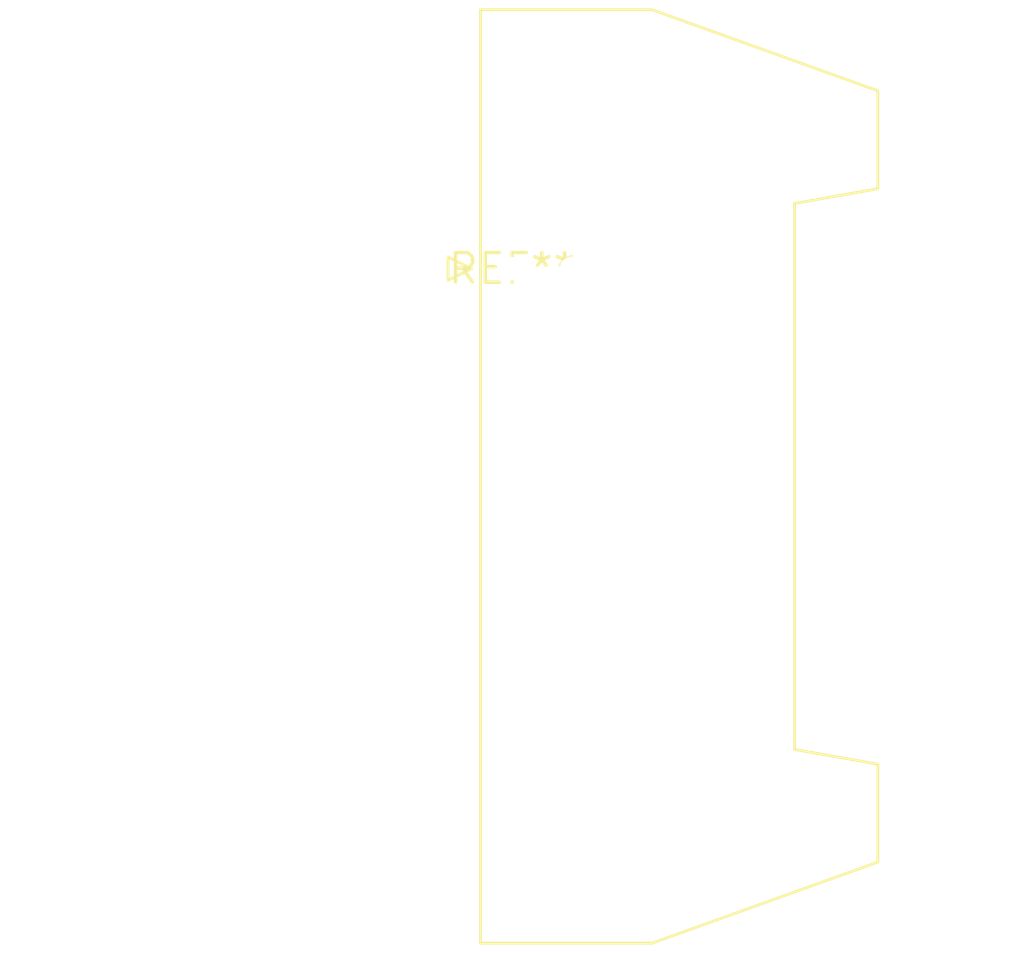
<source format=kicad_pcb>
(kicad_pcb (version 20240108) (generator pcbnew)
  (layers (0 "F.Cu" signal) (31 "B.Cu" signal) (34 "B.Paste" user) (35 "F.Paste" user) (36 "B.SilkS" user "B.Silkscreen") (37 "F.SilkS" user "F.Silkscreen") (38 "B.Mask" user) (39 "F.Mask" user) (44 "Edge.Cuts" user))
  (net 0 "")
  (footprint "IDC-Header_2x08_P2.54mm_Latch_Horizontal" (layer "F.Cu") (at 0 0)
    (property "Reference" "REF**")
    (property "Value" "IDC-Header_2x08_P2.54mm_Latch_Horizontal")
    (fp_line (start -2.74 -0.5) (end -2.74 0.5) (layer "F.SilkS") (stroke (width 0.12)))
    (fp_line (start -2.74 0.5) (end -1.74 0) (layer "F.SilkS") (stroke (width 0.12)))
    (fp_line (start -1.74 0) (end -2.74 -0.5) (layer "F.SilkS") (stroke (width 0.12)))
    (fp_line (start -1.35 -11.08) (end 5.98 -11.08) (layer "F.SilkS") (stroke (width 0.12)))
    (fp_line (start -1.35 28.86) (end -1.35 -11.08) (layer "F.SilkS") (stroke (width 0.12)))
    (fp_line (start 5.98 -11.08) (end 15.64 -7.61) (layer "F.SilkS") (stroke (width 0.12)))
    (fp_line (start 5.98 28.86) (end -1.35 28.86) (layer "F.SilkS") (stroke (width 0.12)))
    (fp_line (start 12.08 -2.79) (end 12.08 20.57) (layer "F.SilkS") (stroke (width 0.12)))
    (fp_line (start 12.08 20.57) (end 15.64 21.2) (layer "F.SilkS") (stroke (width 0.12)))
    (fp_line (start 15.64 -7.61) (end 15.64 -3.42) (layer "F.SilkS") (stroke (width 0.12)))
    (fp_line (start 15.64 -3.42) (end 12.08 -2.79) (layer "F.SilkS") (stroke (width 0.12)))
    (fp_line (start 15.64 21.2) (end 15.64 25.39) (layer "F.SilkS") (stroke (width 0.12)))
    (fp_line (start 15.64 25.39) (end 5.98 28.86) (layer "F.SilkS") (stroke (width 0.12)))
    (pad "1" thru_hole roundrect (at 0 0) (size 1.7 1.7) (drill 1) (layers *.Cu *.Mask) (remove_unused_layers) (roundrect_rratio 0.147059))
    (pad "2" thru_hole circle (at 2.54 0) (size 1.7 1.7) (drill 1) (layers *.Cu *.Mask) (remove_unused_layers))
    (pad "3" thru_hole circle (at 0 2.54) (size 1.7 1.7) (drill 1) (layers *.Cu *.Mask) (remove_unused_layers))
    (pad "4" thru_hole circle (at 2.54 2.54) (size 1.7 1.7) (drill 1) (layers *.Cu *.Mask) (remove_unused_layers))
    (pad "5" thru_hole circle (at 0 5.08) (size 1.7 1.7) (drill 1) (layers *.Cu *.Mask) (remove_unused_layers))
    (pad "6" thru_hole circle (at 2.54 5.08) (size 1.7 1.7) (drill 1) (layers *.Cu *.Mask) (remove_unused_layers))
    (pad "7" thru_hole circle (at 0 7.62) (size 1.7 1.7) (drill 1) (layers *.Cu *.Mask) (remove_unused_layers))
    (pad "8" thru_hole circle (at 2.54 7.62) (size 1.7 1.7) (drill 1) (layers *.Cu *.Mask) (remove_unused_layers))
    (pad "9" thru_hole circle (at 0 10.16) (size 1.7 1.7) (drill 1) (layers *.Cu *.Mask) (remove_unused_layers))
    (pad "10" thru_hole circle (at 2.54 10.16) (size 1.7 1.7) (drill 1) (layers *.Cu *.Mask) (remove_unused_layers))
    (pad "11" thru_hole circle (at 0 12.7) (size 1.7 1.7) (drill 1) (layers *.Cu *.Mask) (remove_unused_layers))
    (pad "12" thru_hole circle (at 2.54 12.7) (size 1.7 1.7) (drill 1) (layers *.Cu *.Mask) (remove_unused_layers))
    (pad "13" thru_hole circle (at 0 15.24) (size 1.7 1.7) (drill 1) (layers *.Cu *.Mask) (remove_unused_layers))
    (pad "14" thru_hole circle (at 2.54 15.24) (size 1.7 1.7) (drill 1) (layers *.Cu *.Mask) (remove_unused_layers))
    (pad "15" thru_hole circle (at 0 17.78) (size 1.7 1.7) (drill 1) (layers *.Cu *.Mask) (remove_unused_layers))
    (pad "16" thru_hole circle (at 2.54 17.78) (size 1.7 1.7) (drill 1) (layers *.Cu *.Mask) (remove_unused_layers))
  )
)
</source>
